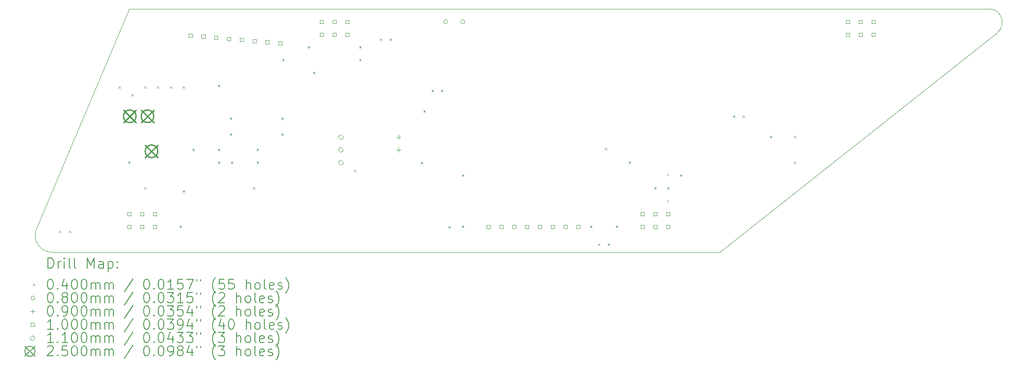
<source format=gbr>
%TF.GenerationSoftware,KiCad,Pcbnew,6.0.10-86aedd382b~118~ubuntu22.04.1*%
%TF.CreationDate,2023-01-31T14:31:18-06:00*%
%TF.ProjectId,badge,62616467-652e-46b6-9963-61645f706362,rev?*%
%TF.SameCoordinates,Original*%
%TF.FileFunction,Drillmap*%
%TF.FilePolarity,Positive*%
%FSLAX45Y45*%
G04 Gerber Fmt 4.5, Leading zero omitted, Abs format (unit mm)*
G04 Created by KiCad (PCBNEW 6.0.10-86aedd382b~118~ubuntu22.04.1) date 2023-01-31 14:31:18*
%MOMM*%
%LPD*%
G01*
G04 APERTURE LIST*
%ADD10C,0.050000*%
%ADD11C,0.200000*%
%ADD12C,0.040000*%
%ADD13C,0.080000*%
%ADD14C,0.090000*%
%ADD15C,0.100000*%
%ADD16C,0.110000*%
%ADD17C,0.250000*%
G04 APERTURE END LIST*
D10*
X5080000Y-10668000D02*
X18288000Y-10668000D01*
X4778813Y-10179908D02*
G75*
G03*
X5080000Y-10668000I301377J-151002D01*
G01*
X23622000Y-5842000D02*
X6604000Y-5842000D01*
X23622000Y-5842000D02*
X23622000Y-5842000D01*
X18288000Y-10668000D02*
X23784261Y-6316291D01*
X6604000Y-5842000D02*
X4778811Y-10179908D01*
X23784261Y-6316291D02*
G75*
G03*
X23622000Y-5842000I-162081J209451D01*
G01*
D11*
D12*
X5219000Y-10240000D02*
X5259000Y-10280000D01*
X5259000Y-10240000D02*
X5219000Y-10280000D01*
X5414000Y-10240000D02*
X5454000Y-10280000D01*
X5454000Y-10240000D02*
X5414000Y-10280000D01*
X6392049Y-7377578D02*
X6432049Y-7417578D01*
X6432049Y-7377578D02*
X6392049Y-7417578D01*
X6584000Y-8870000D02*
X6624000Y-8910000D01*
X6624000Y-8870000D02*
X6584000Y-8910000D01*
X6646049Y-7527578D02*
X6686049Y-7567578D01*
X6686049Y-7527578D02*
X6646049Y-7567578D01*
X6900049Y-7377578D02*
X6940049Y-7417578D01*
X6940049Y-7377578D02*
X6900049Y-7417578D01*
X6900049Y-9378000D02*
X6940049Y-9418000D01*
X6940049Y-9378000D02*
X6900049Y-9418000D01*
X7154049Y-7377578D02*
X7194049Y-7417578D01*
X7194049Y-7377578D02*
X7154049Y-7417578D01*
X7408049Y-7377578D02*
X7448049Y-7417578D01*
X7448049Y-7377578D02*
X7408049Y-7417578D01*
X7600000Y-10140000D02*
X7640000Y-10180000D01*
X7640000Y-10140000D02*
X7600000Y-10180000D01*
X7662049Y-7377578D02*
X7702049Y-7417578D01*
X7702049Y-7377578D02*
X7662049Y-7417578D01*
X7662049Y-9440049D02*
X7702049Y-9480049D01*
X7702049Y-9440049D02*
X7662049Y-9480049D01*
X7854000Y-8616000D02*
X7894000Y-8656000D01*
X7894000Y-8616000D02*
X7854000Y-8656000D01*
X8362000Y-7346000D02*
X8402000Y-7386000D01*
X8402000Y-7346000D02*
X8362000Y-7386000D01*
X8362000Y-8616000D02*
X8402000Y-8656000D01*
X8402000Y-8616000D02*
X8362000Y-8656000D01*
X8362000Y-8870000D02*
X8402000Y-8910000D01*
X8402000Y-8870000D02*
X8362000Y-8910000D01*
X8599000Y-7998000D02*
X8639000Y-8038000D01*
X8639000Y-7998000D02*
X8599000Y-8038000D01*
X8599000Y-8310500D02*
X8639000Y-8350500D01*
X8639000Y-8310500D02*
X8599000Y-8350500D01*
X8616000Y-8870000D02*
X8656000Y-8910000D01*
X8656000Y-8870000D02*
X8616000Y-8910000D01*
X9051500Y-9378000D02*
X9091500Y-9418000D01*
X9091500Y-9378000D02*
X9051500Y-9418000D01*
X9124000Y-8616000D02*
X9164000Y-8656000D01*
X9164000Y-8616000D02*
X9124000Y-8656000D01*
X9124000Y-8870000D02*
X9164000Y-8910000D01*
X9164000Y-8870000D02*
X9124000Y-8910000D01*
X9615000Y-7998000D02*
X9655000Y-8038000D01*
X9655000Y-7998000D02*
X9615000Y-8038000D01*
X9615000Y-8310500D02*
X9655000Y-8350500D01*
X9655000Y-8310500D02*
X9615000Y-8350500D01*
X9632000Y-6838000D02*
X9672000Y-6878000D01*
X9672000Y-6838000D02*
X9632000Y-6878000D01*
X10140000Y-6584000D02*
X10180000Y-6624000D01*
X10180000Y-6584000D02*
X10140000Y-6624000D01*
X10242000Y-7088000D02*
X10282000Y-7128000D01*
X10282000Y-7088000D02*
X10242000Y-7128000D01*
X11062250Y-9029000D02*
X11102250Y-9069000D01*
X11102250Y-9029000D02*
X11062250Y-9069000D01*
X11156000Y-6584000D02*
X11196000Y-6624000D01*
X11196000Y-6584000D02*
X11156000Y-6624000D01*
X11156000Y-6838000D02*
X11196000Y-6878000D01*
X11196000Y-6838000D02*
X11156000Y-6878000D01*
X11569000Y-6430000D02*
X11609000Y-6470000D01*
X11609000Y-6430000D02*
X11569000Y-6470000D01*
X11759000Y-6430000D02*
X11799000Y-6470000D01*
X11799000Y-6430000D02*
X11759000Y-6470000D01*
X12375000Y-8874000D02*
X12415000Y-8914000D01*
X12415000Y-8874000D02*
X12375000Y-8914000D01*
X12426000Y-7854000D02*
X12466000Y-7894000D01*
X12466000Y-7854000D02*
X12426000Y-7894000D01*
X12586965Y-7444035D02*
X12626965Y-7484035D01*
X12626965Y-7444035D02*
X12586965Y-7484035D01*
X12775000Y-7446000D02*
X12815000Y-7486000D01*
X12815000Y-7446000D02*
X12775000Y-7486000D01*
X12924000Y-10150000D02*
X12964000Y-10190000D01*
X12964000Y-10150000D02*
X12924000Y-10190000D01*
X13188000Y-9124000D02*
X13228000Y-9164000D01*
X13228000Y-9124000D02*
X13188000Y-9164000D01*
X13188000Y-10140000D02*
X13228000Y-10180000D01*
X13228000Y-10140000D02*
X13188000Y-10180000D01*
X15728000Y-10140000D02*
X15768000Y-10180000D01*
X15768000Y-10140000D02*
X15728000Y-10180000D01*
X15887000Y-10494000D02*
X15927000Y-10534000D01*
X15927000Y-10494000D02*
X15887000Y-10534000D01*
X16019646Y-8596590D02*
X16059646Y-8636590D01*
X16059646Y-8596590D02*
X16019646Y-8636590D01*
X16077000Y-10494000D02*
X16117000Y-10534000D01*
X16117000Y-10494000D02*
X16077000Y-10534000D01*
X16236000Y-10140000D02*
X16276000Y-10180000D01*
X16276000Y-10140000D02*
X16236000Y-10180000D01*
X16490000Y-8870000D02*
X16530000Y-8910000D01*
X16530000Y-8870000D02*
X16490000Y-8910000D01*
X16998000Y-9378000D02*
X17038000Y-9418000D01*
X17038000Y-9378000D02*
X16998000Y-9418000D01*
X17252000Y-9110024D02*
X17292000Y-9150024D01*
X17292000Y-9110024D02*
X17252000Y-9150024D01*
X17252000Y-9378000D02*
X17292000Y-9418000D01*
X17292000Y-9378000D02*
X17252000Y-9418000D01*
X17252000Y-9626050D02*
X17292000Y-9666050D01*
X17292000Y-9626050D02*
X17252000Y-9666050D01*
X17506000Y-9124000D02*
X17546000Y-9164000D01*
X17546000Y-9124000D02*
X17506000Y-9164000D01*
X18557431Y-7954236D02*
X18597431Y-7994236D01*
X18597431Y-7954236D02*
X18557431Y-7994236D01*
X18747431Y-7954236D02*
X18787431Y-7994236D01*
X18787431Y-7954236D02*
X18747431Y-7994236D01*
X19284000Y-8362000D02*
X19324000Y-8402000D01*
X19324000Y-8362000D02*
X19284000Y-8402000D01*
X19764000Y-8362000D02*
X19804000Y-8402000D01*
X19804000Y-8362000D02*
X19764000Y-8402000D01*
X19764000Y-8870000D02*
X19804000Y-8910000D01*
X19804000Y-8870000D02*
X19764000Y-8910000D01*
D13*
X12908000Y-6095321D02*
G75*
G03*
X12908000Y-6095321I-40000J0D01*
G01*
X13248000Y-6095321D02*
G75*
G03*
X13248000Y-6095321I-40000J0D01*
G01*
D14*
X11938000Y-8337000D02*
X11938000Y-8427000D01*
X11893000Y-8382000D02*
X11983000Y-8382000D01*
X11938000Y-8591000D02*
X11938000Y-8681000D01*
X11893000Y-8636000D02*
X11983000Y-8636000D01*
D15*
X6639356Y-9941356D02*
X6639356Y-9870644D01*
X6568644Y-9870644D01*
X6568644Y-9941356D01*
X6639356Y-9941356D01*
X6639356Y-10195356D02*
X6639356Y-10124644D01*
X6568644Y-10124644D01*
X6568644Y-10195356D01*
X6639356Y-10195356D01*
X6893356Y-9941356D02*
X6893356Y-9870644D01*
X6822644Y-9870644D01*
X6822644Y-9941356D01*
X6893356Y-9941356D01*
X6893356Y-10195356D02*
X6893356Y-10124644D01*
X6822644Y-10124644D01*
X6822644Y-10195356D01*
X6893356Y-10195356D01*
X7147356Y-9941356D02*
X7147356Y-9870644D01*
X7076644Y-9870644D01*
X7076644Y-9941356D01*
X7147356Y-9941356D01*
X7147356Y-10195356D02*
X7147356Y-10124644D01*
X7076644Y-10124644D01*
X7076644Y-10195356D01*
X7147356Y-10195356D01*
X7855356Y-6403050D02*
X7855356Y-6332339D01*
X7784644Y-6332339D01*
X7784644Y-6403050D01*
X7855356Y-6403050D01*
X8108389Y-6425188D02*
X8108389Y-6354476D01*
X8037678Y-6354476D01*
X8037678Y-6425188D01*
X8108389Y-6425188D01*
X8361423Y-6447325D02*
X8361423Y-6376614D01*
X8290711Y-6376614D01*
X8290711Y-6447325D01*
X8361423Y-6447325D01*
X8614456Y-6469463D02*
X8614456Y-6398751D01*
X8543745Y-6398751D01*
X8543745Y-6469463D01*
X8614456Y-6469463D01*
X8867490Y-6491600D02*
X8867490Y-6420889D01*
X8796778Y-6420889D01*
X8796778Y-6491600D01*
X8867490Y-6491600D01*
X9120523Y-6513738D02*
X9120523Y-6443027D01*
X9049812Y-6443027D01*
X9049812Y-6513738D01*
X9120523Y-6513738D01*
X9373556Y-6535876D02*
X9373556Y-6465164D01*
X9302845Y-6465164D01*
X9302845Y-6535876D01*
X9373556Y-6535876D01*
X9626590Y-6558013D02*
X9626590Y-6487302D01*
X9555879Y-6487302D01*
X9555879Y-6558013D01*
X9626590Y-6558013D01*
X10449356Y-6131356D02*
X10449356Y-6060644D01*
X10378644Y-6060644D01*
X10378644Y-6131356D01*
X10449356Y-6131356D01*
X10449356Y-6385356D02*
X10449356Y-6314644D01*
X10378644Y-6314644D01*
X10378644Y-6385356D01*
X10449356Y-6385356D01*
X10703356Y-6131356D02*
X10703356Y-6060644D01*
X10632644Y-6060644D01*
X10632644Y-6131356D01*
X10703356Y-6131356D01*
X10703356Y-6385356D02*
X10703356Y-6314644D01*
X10632644Y-6314644D01*
X10632644Y-6385356D01*
X10703356Y-6385356D01*
X10957356Y-6131356D02*
X10957356Y-6060644D01*
X10886644Y-6060644D01*
X10886644Y-6131356D01*
X10957356Y-6131356D01*
X10957356Y-6385356D02*
X10957356Y-6314644D01*
X10886644Y-6314644D01*
X10886644Y-6385356D01*
X10957356Y-6385356D01*
X13751356Y-10195356D02*
X13751356Y-10124644D01*
X13680644Y-10124644D01*
X13680644Y-10195356D01*
X13751356Y-10195356D01*
X14005356Y-10195356D02*
X14005356Y-10124644D01*
X13934644Y-10124644D01*
X13934644Y-10195356D01*
X14005356Y-10195356D01*
X14259356Y-10195356D02*
X14259356Y-10124644D01*
X14188644Y-10124644D01*
X14188644Y-10195356D01*
X14259356Y-10195356D01*
X14513356Y-10195356D02*
X14513356Y-10124644D01*
X14442644Y-10124644D01*
X14442644Y-10195356D01*
X14513356Y-10195356D01*
X14767356Y-10195356D02*
X14767356Y-10124644D01*
X14696644Y-10124644D01*
X14696644Y-10195356D01*
X14767356Y-10195356D01*
X15021356Y-10195356D02*
X15021356Y-10124644D01*
X14950644Y-10124644D01*
X14950644Y-10195356D01*
X15021356Y-10195356D01*
X15275356Y-10195356D02*
X15275356Y-10124644D01*
X15204644Y-10124644D01*
X15204644Y-10195356D01*
X15275356Y-10195356D01*
X15529356Y-10195356D02*
X15529356Y-10124644D01*
X15458644Y-10124644D01*
X15458644Y-10195356D01*
X15529356Y-10195356D01*
X16799356Y-9941356D02*
X16799356Y-9870644D01*
X16728644Y-9870644D01*
X16728644Y-9941356D01*
X16799356Y-9941356D01*
X16799356Y-10195356D02*
X16799356Y-10124644D01*
X16728644Y-10124644D01*
X16728644Y-10195356D01*
X16799356Y-10195356D01*
X17053356Y-9941356D02*
X17053356Y-9870644D01*
X16982644Y-9870644D01*
X16982644Y-9941356D01*
X17053356Y-9941356D01*
X17053356Y-10195356D02*
X17053356Y-10124644D01*
X16982644Y-10124644D01*
X16982644Y-10195356D01*
X17053356Y-10195356D01*
X17307356Y-9941356D02*
X17307356Y-9870644D01*
X17236644Y-9870644D01*
X17236644Y-9941356D01*
X17307356Y-9941356D01*
X17307356Y-10195356D02*
X17307356Y-10124644D01*
X17236644Y-10124644D01*
X17236644Y-10195356D01*
X17307356Y-10195356D01*
X20863356Y-6131356D02*
X20863356Y-6060644D01*
X20792644Y-6060644D01*
X20792644Y-6131356D01*
X20863356Y-6131356D01*
X20863356Y-6385356D02*
X20863356Y-6314644D01*
X20792644Y-6314644D01*
X20792644Y-6385356D01*
X20863356Y-6385356D01*
X21117356Y-6131356D02*
X21117356Y-6060644D01*
X21046644Y-6060644D01*
X21046644Y-6131356D01*
X21117356Y-6131356D01*
X21117356Y-6385356D02*
X21117356Y-6314644D01*
X21046644Y-6314644D01*
X21046644Y-6385356D01*
X21117356Y-6385356D01*
X21371356Y-6131356D02*
X21371356Y-6060644D01*
X21300644Y-6060644D01*
X21300644Y-6131356D01*
X21371356Y-6131356D01*
X21371356Y-6385356D02*
X21371356Y-6314644D01*
X21300644Y-6314644D01*
X21300644Y-6385356D01*
X21371356Y-6385356D01*
D16*
X10788500Y-8437000D02*
X10843500Y-8382000D01*
X10788500Y-8327000D01*
X10733500Y-8382000D01*
X10788500Y-8437000D01*
X10788500Y-8691000D02*
X10843500Y-8636000D01*
X10788500Y-8581000D01*
X10733500Y-8636000D01*
X10788500Y-8691000D01*
X10788500Y-8945000D02*
X10843500Y-8890000D01*
X10788500Y-8835000D01*
X10733500Y-8890000D01*
X10788500Y-8945000D01*
D17*
X6491927Y-7846488D02*
X6741927Y-8096488D01*
X6741927Y-7846488D02*
X6491927Y-8096488D01*
X6741927Y-7971488D02*
G75*
G03*
X6741927Y-7971488I-125000J0D01*
G01*
X6842927Y-7846488D02*
X7092927Y-8096488D01*
X7092927Y-7846488D02*
X6842927Y-8096488D01*
X7092927Y-7971488D02*
G75*
G03*
X7092927Y-7971488I-125000J0D01*
G01*
X6922001Y-8540963D02*
X7172001Y-8790963D01*
X7172001Y-8540963D02*
X6922001Y-8790963D01*
X7172001Y-8665963D02*
G75*
G03*
X7172001Y-8665963I-125000J0D01*
G01*
D11*
X4998219Y-10980976D02*
X4998219Y-10780976D01*
X5045838Y-10780976D01*
X5074409Y-10790500D01*
X5093457Y-10809548D01*
X5102981Y-10828595D01*
X5112505Y-10866690D01*
X5112505Y-10895262D01*
X5102981Y-10933357D01*
X5093457Y-10952405D01*
X5074409Y-10971452D01*
X5045838Y-10980976D01*
X4998219Y-10980976D01*
X5198219Y-10980976D02*
X5198219Y-10847643D01*
X5198219Y-10885738D02*
X5207743Y-10866690D01*
X5217267Y-10857167D01*
X5236314Y-10847643D01*
X5255362Y-10847643D01*
X5322028Y-10980976D02*
X5322028Y-10847643D01*
X5322028Y-10780976D02*
X5312505Y-10790500D01*
X5322028Y-10800024D01*
X5331552Y-10790500D01*
X5322028Y-10780976D01*
X5322028Y-10800024D01*
X5445838Y-10980976D02*
X5426790Y-10971452D01*
X5417267Y-10952405D01*
X5417267Y-10780976D01*
X5550600Y-10980976D02*
X5531552Y-10971452D01*
X5522028Y-10952405D01*
X5522028Y-10780976D01*
X5779171Y-10980976D02*
X5779171Y-10780976D01*
X5845838Y-10923833D01*
X5912505Y-10780976D01*
X5912505Y-10980976D01*
X6093457Y-10980976D02*
X6093457Y-10876214D01*
X6083933Y-10857167D01*
X6064886Y-10847643D01*
X6026790Y-10847643D01*
X6007743Y-10857167D01*
X6093457Y-10971452D02*
X6074409Y-10980976D01*
X6026790Y-10980976D01*
X6007743Y-10971452D01*
X5998219Y-10952405D01*
X5998219Y-10933357D01*
X6007743Y-10914310D01*
X6026790Y-10904786D01*
X6074409Y-10904786D01*
X6093457Y-10895262D01*
X6188695Y-10847643D02*
X6188695Y-11047643D01*
X6188695Y-10857167D02*
X6207743Y-10847643D01*
X6245838Y-10847643D01*
X6264886Y-10857167D01*
X6274409Y-10866690D01*
X6283933Y-10885738D01*
X6283933Y-10942881D01*
X6274409Y-10961929D01*
X6264886Y-10971452D01*
X6245838Y-10980976D01*
X6207743Y-10980976D01*
X6188695Y-10971452D01*
X6369647Y-10961929D02*
X6379171Y-10971452D01*
X6369647Y-10980976D01*
X6360124Y-10971452D01*
X6369647Y-10961929D01*
X6369647Y-10980976D01*
X6369647Y-10857167D02*
X6379171Y-10866690D01*
X6369647Y-10876214D01*
X6360124Y-10866690D01*
X6369647Y-10857167D01*
X6369647Y-10876214D01*
D12*
X4700600Y-11290500D02*
X4740600Y-11330500D01*
X4740600Y-11290500D02*
X4700600Y-11330500D01*
D11*
X5036314Y-11200976D02*
X5055362Y-11200976D01*
X5074409Y-11210500D01*
X5083933Y-11220024D01*
X5093457Y-11239071D01*
X5102981Y-11277167D01*
X5102981Y-11324786D01*
X5093457Y-11362881D01*
X5083933Y-11381928D01*
X5074409Y-11391452D01*
X5055362Y-11400976D01*
X5036314Y-11400976D01*
X5017267Y-11391452D01*
X5007743Y-11381928D01*
X4998219Y-11362881D01*
X4988695Y-11324786D01*
X4988695Y-11277167D01*
X4998219Y-11239071D01*
X5007743Y-11220024D01*
X5017267Y-11210500D01*
X5036314Y-11200976D01*
X5188695Y-11381928D02*
X5198219Y-11391452D01*
X5188695Y-11400976D01*
X5179171Y-11391452D01*
X5188695Y-11381928D01*
X5188695Y-11400976D01*
X5369648Y-11267643D02*
X5369648Y-11400976D01*
X5322028Y-11191452D02*
X5274409Y-11334309D01*
X5398219Y-11334309D01*
X5512505Y-11200976D02*
X5531552Y-11200976D01*
X5550600Y-11210500D01*
X5560124Y-11220024D01*
X5569648Y-11239071D01*
X5579171Y-11277167D01*
X5579171Y-11324786D01*
X5569648Y-11362881D01*
X5560124Y-11381928D01*
X5550600Y-11391452D01*
X5531552Y-11400976D01*
X5512505Y-11400976D01*
X5493457Y-11391452D01*
X5483933Y-11381928D01*
X5474409Y-11362881D01*
X5464886Y-11324786D01*
X5464886Y-11277167D01*
X5474409Y-11239071D01*
X5483933Y-11220024D01*
X5493457Y-11210500D01*
X5512505Y-11200976D01*
X5702981Y-11200976D02*
X5722028Y-11200976D01*
X5741076Y-11210500D01*
X5750600Y-11220024D01*
X5760124Y-11239071D01*
X5769647Y-11277167D01*
X5769647Y-11324786D01*
X5760124Y-11362881D01*
X5750600Y-11381928D01*
X5741076Y-11391452D01*
X5722028Y-11400976D01*
X5702981Y-11400976D01*
X5683933Y-11391452D01*
X5674409Y-11381928D01*
X5664886Y-11362881D01*
X5655362Y-11324786D01*
X5655362Y-11277167D01*
X5664886Y-11239071D01*
X5674409Y-11220024D01*
X5683933Y-11210500D01*
X5702981Y-11200976D01*
X5855362Y-11400976D02*
X5855362Y-11267643D01*
X5855362Y-11286690D02*
X5864886Y-11277167D01*
X5883933Y-11267643D01*
X5912505Y-11267643D01*
X5931552Y-11277167D01*
X5941076Y-11296214D01*
X5941076Y-11400976D01*
X5941076Y-11296214D02*
X5950600Y-11277167D01*
X5969647Y-11267643D01*
X5998219Y-11267643D01*
X6017266Y-11277167D01*
X6026790Y-11296214D01*
X6026790Y-11400976D01*
X6122028Y-11400976D02*
X6122028Y-11267643D01*
X6122028Y-11286690D02*
X6131552Y-11277167D01*
X6150600Y-11267643D01*
X6179171Y-11267643D01*
X6198219Y-11277167D01*
X6207743Y-11296214D01*
X6207743Y-11400976D01*
X6207743Y-11296214D02*
X6217266Y-11277167D01*
X6236314Y-11267643D01*
X6264886Y-11267643D01*
X6283933Y-11277167D01*
X6293457Y-11296214D01*
X6293457Y-11400976D01*
X6683933Y-11191452D02*
X6512505Y-11448595D01*
X6941076Y-11200976D02*
X6960124Y-11200976D01*
X6979171Y-11210500D01*
X6988695Y-11220024D01*
X6998219Y-11239071D01*
X7007743Y-11277167D01*
X7007743Y-11324786D01*
X6998219Y-11362881D01*
X6988695Y-11381928D01*
X6979171Y-11391452D01*
X6960124Y-11400976D01*
X6941076Y-11400976D01*
X6922028Y-11391452D01*
X6912505Y-11381928D01*
X6902981Y-11362881D01*
X6893457Y-11324786D01*
X6893457Y-11277167D01*
X6902981Y-11239071D01*
X6912505Y-11220024D01*
X6922028Y-11210500D01*
X6941076Y-11200976D01*
X7093457Y-11381928D02*
X7102981Y-11391452D01*
X7093457Y-11400976D01*
X7083933Y-11391452D01*
X7093457Y-11381928D01*
X7093457Y-11400976D01*
X7226790Y-11200976D02*
X7245838Y-11200976D01*
X7264886Y-11210500D01*
X7274409Y-11220024D01*
X7283933Y-11239071D01*
X7293457Y-11277167D01*
X7293457Y-11324786D01*
X7283933Y-11362881D01*
X7274409Y-11381928D01*
X7264886Y-11391452D01*
X7245838Y-11400976D01*
X7226790Y-11400976D01*
X7207743Y-11391452D01*
X7198219Y-11381928D01*
X7188695Y-11362881D01*
X7179171Y-11324786D01*
X7179171Y-11277167D01*
X7188695Y-11239071D01*
X7198219Y-11220024D01*
X7207743Y-11210500D01*
X7226790Y-11200976D01*
X7483933Y-11400976D02*
X7369647Y-11400976D01*
X7426790Y-11400976D02*
X7426790Y-11200976D01*
X7407743Y-11229548D01*
X7388695Y-11248595D01*
X7369647Y-11258119D01*
X7664886Y-11200976D02*
X7569647Y-11200976D01*
X7560124Y-11296214D01*
X7569647Y-11286690D01*
X7588695Y-11277167D01*
X7636314Y-11277167D01*
X7655362Y-11286690D01*
X7664886Y-11296214D01*
X7674409Y-11315262D01*
X7674409Y-11362881D01*
X7664886Y-11381928D01*
X7655362Y-11391452D01*
X7636314Y-11400976D01*
X7588695Y-11400976D01*
X7569647Y-11391452D01*
X7560124Y-11381928D01*
X7741076Y-11200976D02*
X7874409Y-11200976D01*
X7788695Y-11400976D01*
X7941076Y-11200976D02*
X7941076Y-11239071D01*
X8017266Y-11200976D02*
X8017266Y-11239071D01*
X8312505Y-11477167D02*
X8302981Y-11467643D01*
X8283933Y-11439071D01*
X8274409Y-11420024D01*
X8264886Y-11391452D01*
X8255362Y-11343833D01*
X8255362Y-11305738D01*
X8264886Y-11258119D01*
X8274409Y-11229548D01*
X8283933Y-11210500D01*
X8302981Y-11181929D01*
X8312505Y-11172405D01*
X8483933Y-11200976D02*
X8388695Y-11200976D01*
X8379171Y-11296214D01*
X8388695Y-11286690D01*
X8407743Y-11277167D01*
X8455362Y-11277167D01*
X8474409Y-11286690D01*
X8483933Y-11296214D01*
X8493457Y-11315262D01*
X8493457Y-11362881D01*
X8483933Y-11381928D01*
X8474409Y-11391452D01*
X8455362Y-11400976D01*
X8407743Y-11400976D01*
X8388695Y-11391452D01*
X8379171Y-11381928D01*
X8674409Y-11200976D02*
X8579171Y-11200976D01*
X8569648Y-11296214D01*
X8579171Y-11286690D01*
X8598219Y-11277167D01*
X8645838Y-11277167D01*
X8664886Y-11286690D01*
X8674409Y-11296214D01*
X8683933Y-11315262D01*
X8683933Y-11362881D01*
X8674409Y-11381928D01*
X8664886Y-11391452D01*
X8645838Y-11400976D01*
X8598219Y-11400976D01*
X8579171Y-11391452D01*
X8569648Y-11381928D01*
X8922028Y-11400976D02*
X8922028Y-11200976D01*
X9007743Y-11400976D02*
X9007743Y-11296214D01*
X8998219Y-11277167D01*
X8979171Y-11267643D01*
X8950600Y-11267643D01*
X8931552Y-11277167D01*
X8922028Y-11286690D01*
X9131552Y-11400976D02*
X9112505Y-11391452D01*
X9102981Y-11381928D01*
X9093457Y-11362881D01*
X9093457Y-11305738D01*
X9102981Y-11286690D01*
X9112505Y-11277167D01*
X9131552Y-11267643D01*
X9160124Y-11267643D01*
X9179171Y-11277167D01*
X9188695Y-11286690D01*
X9198219Y-11305738D01*
X9198219Y-11362881D01*
X9188695Y-11381928D01*
X9179171Y-11391452D01*
X9160124Y-11400976D01*
X9131552Y-11400976D01*
X9312505Y-11400976D02*
X9293457Y-11391452D01*
X9283933Y-11372405D01*
X9283933Y-11200976D01*
X9464886Y-11391452D02*
X9445838Y-11400976D01*
X9407743Y-11400976D01*
X9388695Y-11391452D01*
X9379171Y-11372405D01*
X9379171Y-11296214D01*
X9388695Y-11277167D01*
X9407743Y-11267643D01*
X9445838Y-11267643D01*
X9464886Y-11277167D01*
X9474409Y-11296214D01*
X9474409Y-11315262D01*
X9379171Y-11334309D01*
X9550600Y-11391452D02*
X9569648Y-11400976D01*
X9607743Y-11400976D01*
X9626790Y-11391452D01*
X9636314Y-11372405D01*
X9636314Y-11362881D01*
X9626790Y-11343833D01*
X9607743Y-11334309D01*
X9579171Y-11334309D01*
X9560124Y-11324786D01*
X9550600Y-11305738D01*
X9550600Y-11296214D01*
X9560124Y-11277167D01*
X9579171Y-11267643D01*
X9607743Y-11267643D01*
X9626790Y-11277167D01*
X9702981Y-11477167D02*
X9712505Y-11467643D01*
X9731552Y-11439071D01*
X9741076Y-11420024D01*
X9750600Y-11391452D01*
X9760124Y-11343833D01*
X9760124Y-11305738D01*
X9750600Y-11258119D01*
X9741076Y-11229548D01*
X9731552Y-11210500D01*
X9712505Y-11181929D01*
X9702981Y-11172405D01*
D13*
X4740600Y-11574500D02*
G75*
G03*
X4740600Y-11574500I-40000J0D01*
G01*
D11*
X5036314Y-11464976D02*
X5055362Y-11464976D01*
X5074409Y-11474500D01*
X5083933Y-11484024D01*
X5093457Y-11503071D01*
X5102981Y-11541167D01*
X5102981Y-11588786D01*
X5093457Y-11626881D01*
X5083933Y-11645928D01*
X5074409Y-11655452D01*
X5055362Y-11664976D01*
X5036314Y-11664976D01*
X5017267Y-11655452D01*
X5007743Y-11645928D01*
X4998219Y-11626881D01*
X4988695Y-11588786D01*
X4988695Y-11541167D01*
X4998219Y-11503071D01*
X5007743Y-11484024D01*
X5017267Y-11474500D01*
X5036314Y-11464976D01*
X5188695Y-11645928D02*
X5198219Y-11655452D01*
X5188695Y-11664976D01*
X5179171Y-11655452D01*
X5188695Y-11645928D01*
X5188695Y-11664976D01*
X5312505Y-11550690D02*
X5293457Y-11541167D01*
X5283933Y-11531643D01*
X5274409Y-11512595D01*
X5274409Y-11503071D01*
X5283933Y-11484024D01*
X5293457Y-11474500D01*
X5312505Y-11464976D01*
X5350600Y-11464976D01*
X5369648Y-11474500D01*
X5379171Y-11484024D01*
X5388695Y-11503071D01*
X5388695Y-11512595D01*
X5379171Y-11531643D01*
X5369648Y-11541167D01*
X5350600Y-11550690D01*
X5312505Y-11550690D01*
X5293457Y-11560214D01*
X5283933Y-11569738D01*
X5274409Y-11588786D01*
X5274409Y-11626881D01*
X5283933Y-11645928D01*
X5293457Y-11655452D01*
X5312505Y-11664976D01*
X5350600Y-11664976D01*
X5369648Y-11655452D01*
X5379171Y-11645928D01*
X5388695Y-11626881D01*
X5388695Y-11588786D01*
X5379171Y-11569738D01*
X5369648Y-11560214D01*
X5350600Y-11550690D01*
X5512505Y-11464976D02*
X5531552Y-11464976D01*
X5550600Y-11474500D01*
X5560124Y-11484024D01*
X5569648Y-11503071D01*
X5579171Y-11541167D01*
X5579171Y-11588786D01*
X5569648Y-11626881D01*
X5560124Y-11645928D01*
X5550600Y-11655452D01*
X5531552Y-11664976D01*
X5512505Y-11664976D01*
X5493457Y-11655452D01*
X5483933Y-11645928D01*
X5474409Y-11626881D01*
X5464886Y-11588786D01*
X5464886Y-11541167D01*
X5474409Y-11503071D01*
X5483933Y-11484024D01*
X5493457Y-11474500D01*
X5512505Y-11464976D01*
X5702981Y-11464976D02*
X5722028Y-11464976D01*
X5741076Y-11474500D01*
X5750600Y-11484024D01*
X5760124Y-11503071D01*
X5769647Y-11541167D01*
X5769647Y-11588786D01*
X5760124Y-11626881D01*
X5750600Y-11645928D01*
X5741076Y-11655452D01*
X5722028Y-11664976D01*
X5702981Y-11664976D01*
X5683933Y-11655452D01*
X5674409Y-11645928D01*
X5664886Y-11626881D01*
X5655362Y-11588786D01*
X5655362Y-11541167D01*
X5664886Y-11503071D01*
X5674409Y-11484024D01*
X5683933Y-11474500D01*
X5702981Y-11464976D01*
X5855362Y-11664976D02*
X5855362Y-11531643D01*
X5855362Y-11550690D02*
X5864886Y-11541167D01*
X5883933Y-11531643D01*
X5912505Y-11531643D01*
X5931552Y-11541167D01*
X5941076Y-11560214D01*
X5941076Y-11664976D01*
X5941076Y-11560214D02*
X5950600Y-11541167D01*
X5969647Y-11531643D01*
X5998219Y-11531643D01*
X6017266Y-11541167D01*
X6026790Y-11560214D01*
X6026790Y-11664976D01*
X6122028Y-11664976D02*
X6122028Y-11531643D01*
X6122028Y-11550690D02*
X6131552Y-11541167D01*
X6150600Y-11531643D01*
X6179171Y-11531643D01*
X6198219Y-11541167D01*
X6207743Y-11560214D01*
X6207743Y-11664976D01*
X6207743Y-11560214D02*
X6217266Y-11541167D01*
X6236314Y-11531643D01*
X6264886Y-11531643D01*
X6283933Y-11541167D01*
X6293457Y-11560214D01*
X6293457Y-11664976D01*
X6683933Y-11455452D02*
X6512505Y-11712595D01*
X6941076Y-11464976D02*
X6960124Y-11464976D01*
X6979171Y-11474500D01*
X6988695Y-11484024D01*
X6998219Y-11503071D01*
X7007743Y-11541167D01*
X7007743Y-11588786D01*
X6998219Y-11626881D01*
X6988695Y-11645928D01*
X6979171Y-11655452D01*
X6960124Y-11664976D01*
X6941076Y-11664976D01*
X6922028Y-11655452D01*
X6912505Y-11645928D01*
X6902981Y-11626881D01*
X6893457Y-11588786D01*
X6893457Y-11541167D01*
X6902981Y-11503071D01*
X6912505Y-11484024D01*
X6922028Y-11474500D01*
X6941076Y-11464976D01*
X7093457Y-11645928D02*
X7102981Y-11655452D01*
X7093457Y-11664976D01*
X7083933Y-11655452D01*
X7093457Y-11645928D01*
X7093457Y-11664976D01*
X7226790Y-11464976D02*
X7245838Y-11464976D01*
X7264886Y-11474500D01*
X7274409Y-11484024D01*
X7283933Y-11503071D01*
X7293457Y-11541167D01*
X7293457Y-11588786D01*
X7283933Y-11626881D01*
X7274409Y-11645928D01*
X7264886Y-11655452D01*
X7245838Y-11664976D01*
X7226790Y-11664976D01*
X7207743Y-11655452D01*
X7198219Y-11645928D01*
X7188695Y-11626881D01*
X7179171Y-11588786D01*
X7179171Y-11541167D01*
X7188695Y-11503071D01*
X7198219Y-11484024D01*
X7207743Y-11474500D01*
X7226790Y-11464976D01*
X7360124Y-11464976D02*
X7483933Y-11464976D01*
X7417266Y-11541167D01*
X7445838Y-11541167D01*
X7464886Y-11550690D01*
X7474409Y-11560214D01*
X7483933Y-11579262D01*
X7483933Y-11626881D01*
X7474409Y-11645928D01*
X7464886Y-11655452D01*
X7445838Y-11664976D01*
X7388695Y-11664976D01*
X7369647Y-11655452D01*
X7360124Y-11645928D01*
X7674409Y-11664976D02*
X7560124Y-11664976D01*
X7617266Y-11664976D02*
X7617266Y-11464976D01*
X7598219Y-11493548D01*
X7579171Y-11512595D01*
X7560124Y-11522119D01*
X7855362Y-11464976D02*
X7760124Y-11464976D01*
X7750600Y-11560214D01*
X7760124Y-11550690D01*
X7779171Y-11541167D01*
X7826790Y-11541167D01*
X7845838Y-11550690D01*
X7855362Y-11560214D01*
X7864886Y-11579262D01*
X7864886Y-11626881D01*
X7855362Y-11645928D01*
X7845838Y-11655452D01*
X7826790Y-11664976D01*
X7779171Y-11664976D01*
X7760124Y-11655452D01*
X7750600Y-11645928D01*
X7941076Y-11464976D02*
X7941076Y-11503071D01*
X8017266Y-11464976D02*
X8017266Y-11503071D01*
X8312505Y-11741167D02*
X8302981Y-11731643D01*
X8283933Y-11703071D01*
X8274409Y-11684024D01*
X8264886Y-11655452D01*
X8255362Y-11607833D01*
X8255362Y-11569738D01*
X8264886Y-11522119D01*
X8274409Y-11493548D01*
X8283933Y-11474500D01*
X8302981Y-11445928D01*
X8312505Y-11436405D01*
X8379171Y-11484024D02*
X8388695Y-11474500D01*
X8407743Y-11464976D01*
X8455362Y-11464976D01*
X8474409Y-11474500D01*
X8483933Y-11484024D01*
X8493457Y-11503071D01*
X8493457Y-11522119D01*
X8483933Y-11550690D01*
X8369647Y-11664976D01*
X8493457Y-11664976D01*
X8731552Y-11664976D02*
X8731552Y-11464976D01*
X8817267Y-11664976D02*
X8817267Y-11560214D01*
X8807743Y-11541167D01*
X8788695Y-11531643D01*
X8760124Y-11531643D01*
X8741076Y-11541167D01*
X8731552Y-11550690D01*
X8941076Y-11664976D02*
X8922028Y-11655452D01*
X8912505Y-11645928D01*
X8902981Y-11626881D01*
X8902981Y-11569738D01*
X8912505Y-11550690D01*
X8922028Y-11541167D01*
X8941076Y-11531643D01*
X8969648Y-11531643D01*
X8988695Y-11541167D01*
X8998219Y-11550690D01*
X9007743Y-11569738D01*
X9007743Y-11626881D01*
X8998219Y-11645928D01*
X8988695Y-11655452D01*
X8969648Y-11664976D01*
X8941076Y-11664976D01*
X9122028Y-11664976D02*
X9102981Y-11655452D01*
X9093457Y-11636405D01*
X9093457Y-11464976D01*
X9274409Y-11655452D02*
X9255362Y-11664976D01*
X9217267Y-11664976D01*
X9198219Y-11655452D01*
X9188695Y-11636405D01*
X9188695Y-11560214D01*
X9198219Y-11541167D01*
X9217267Y-11531643D01*
X9255362Y-11531643D01*
X9274409Y-11541167D01*
X9283933Y-11560214D01*
X9283933Y-11579262D01*
X9188695Y-11598309D01*
X9360124Y-11655452D02*
X9379171Y-11664976D01*
X9417267Y-11664976D01*
X9436314Y-11655452D01*
X9445838Y-11636405D01*
X9445838Y-11626881D01*
X9436314Y-11607833D01*
X9417267Y-11598309D01*
X9388695Y-11598309D01*
X9369648Y-11588786D01*
X9360124Y-11569738D01*
X9360124Y-11560214D01*
X9369648Y-11541167D01*
X9388695Y-11531643D01*
X9417267Y-11531643D01*
X9436314Y-11541167D01*
X9512505Y-11741167D02*
X9522028Y-11731643D01*
X9541076Y-11703071D01*
X9550600Y-11684024D01*
X9560124Y-11655452D01*
X9569648Y-11607833D01*
X9569648Y-11569738D01*
X9560124Y-11522119D01*
X9550600Y-11493548D01*
X9541076Y-11474500D01*
X9522028Y-11445928D01*
X9512505Y-11436405D01*
D14*
X4695600Y-11793500D02*
X4695600Y-11883500D01*
X4650600Y-11838500D02*
X4740600Y-11838500D01*
D11*
X5036314Y-11728976D02*
X5055362Y-11728976D01*
X5074409Y-11738500D01*
X5083933Y-11748024D01*
X5093457Y-11767071D01*
X5102981Y-11805167D01*
X5102981Y-11852786D01*
X5093457Y-11890881D01*
X5083933Y-11909928D01*
X5074409Y-11919452D01*
X5055362Y-11928976D01*
X5036314Y-11928976D01*
X5017267Y-11919452D01*
X5007743Y-11909928D01*
X4998219Y-11890881D01*
X4988695Y-11852786D01*
X4988695Y-11805167D01*
X4998219Y-11767071D01*
X5007743Y-11748024D01*
X5017267Y-11738500D01*
X5036314Y-11728976D01*
X5188695Y-11909928D02*
X5198219Y-11919452D01*
X5188695Y-11928976D01*
X5179171Y-11919452D01*
X5188695Y-11909928D01*
X5188695Y-11928976D01*
X5293457Y-11928976D02*
X5331552Y-11928976D01*
X5350600Y-11919452D01*
X5360124Y-11909928D01*
X5379171Y-11881357D01*
X5388695Y-11843262D01*
X5388695Y-11767071D01*
X5379171Y-11748024D01*
X5369648Y-11738500D01*
X5350600Y-11728976D01*
X5312505Y-11728976D01*
X5293457Y-11738500D01*
X5283933Y-11748024D01*
X5274409Y-11767071D01*
X5274409Y-11814690D01*
X5283933Y-11833738D01*
X5293457Y-11843262D01*
X5312505Y-11852786D01*
X5350600Y-11852786D01*
X5369648Y-11843262D01*
X5379171Y-11833738D01*
X5388695Y-11814690D01*
X5512505Y-11728976D02*
X5531552Y-11728976D01*
X5550600Y-11738500D01*
X5560124Y-11748024D01*
X5569648Y-11767071D01*
X5579171Y-11805167D01*
X5579171Y-11852786D01*
X5569648Y-11890881D01*
X5560124Y-11909928D01*
X5550600Y-11919452D01*
X5531552Y-11928976D01*
X5512505Y-11928976D01*
X5493457Y-11919452D01*
X5483933Y-11909928D01*
X5474409Y-11890881D01*
X5464886Y-11852786D01*
X5464886Y-11805167D01*
X5474409Y-11767071D01*
X5483933Y-11748024D01*
X5493457Y-11738500D01*
X5512505Y-11728976D01*
X5702981Y-11728976D02*
X5722028Y-11728976D01*
X5741076Y-11738500D01*
X5750600Y-11748024D01*
X5760124Y-11767071D01*
X5769647Y-11805167D01*
X5769647Y-11852786D01*
X5760124Y-11890881D01*
X5750600Y-11909928D01*
X5741076Y-11919452D01*
X5722028Y-11928976D01*
X5702981Y-11928976D01*
X5683933Y-11919452D01*
X5674409Y-11909928D01*
X5664886Y-11890881D01*
X5655362Y-11852786D01*
X5655362Y-11805167D01*
X5664886Y-11767071D01*
X5674409Y-11748024D01*
X5683933Y-11738500D01*
X5702981Y-11728976D01*
X5855362Y-11928976D02*
X5855362Y-11795643D01*
X5855362Y-11814690D02*
X5864886Y-11805167D01*
X5883933Y-11795643D01*
X5912505Y-11795643D01*
X5931552Y-11805167D01*
X5941076Y-11824214D01*
X5941076Y-11928976D01*
X5941076Y-11824214D02*
X5950600Y-11805167D01*
X5969647Y-11795643D01*
X5998219Y-11795643D01*
X6017266Y-11805167D01*
X6026790Y-11824214D01*
X6026790Y-11928976D01*
X6122028Y-11928976D02*
X6122028Y-11795643D01*
X6122028Y-11814690D02*
X6131552Y-11805167D01*
X6150600Y-11795643D01*
X6179171Y-11795643D01*
X6198219Y-11805167D01*
X6207743Y-11824214D01*
X6207743Y-11928976D01*
X6207743Y-11824214D02*
X6217266Y-11805167D01*
X6236314Y-11795643D01*
X6264886Y-11795643D01*
X6283933Y-11805167D01*
X6293457Y-11824214D01*
X6293457Y-11928976D01*
X6683933Y-11719452D02*
X6512505Y-11976595D01*
X6941076Y-11728976D02*
X6960124Y-11728976D01*
X6979171Y-11738500D01*
X6988695Y-11748024D01*
X6998219Y-11767071D01*
X7007743Y-11805167D01*
X7007743Y-11852786D01*
X6998219Y-11890881D01*
X6988695Y-11909928D01*
X6979171Y-11919452D01*
X6960124Y-11928976D01*
X6941076Y-11928976D01*
X6922028Y-11919452D01*
X6912505Y-11909928D01*
X6902981Y-11890881D01*
X6893457Y-11852786D01*
X6893457Y-11805167D01*
X6902981Y-11767071D01*
X6912505Y-11748024D01*
X6922028Y-11738500D01*
X6941076Y-11728976D01*
X7093457Y-11909928D02*
X7102981Y-11919452D01*
X7093457Y-11928976D01*
X7083933Y-11919452D01*
X7093457Y-11909928D01*
X7093457Y-11928976D01*
X7226790Y-11728976D02*
X7245838Y-11728976D01*
X7264886Y-11738500D01*
X7274409Y-11748024D01*
X7283933Y-11767071D01*
X7293457Y-11805167D01*
X7293457Y-11852786D01*
X7283933Y-11890881D01*
X7274409Y-11909928D01*
X7264886Y-11919452D01*
X7245838Y-11928976D01*
X7226790Y-11928976D01*
X7207743Y-11919452D01*
X7198219Y-11909928D01*
X7188695Y-11890881D01*
X7179171Y-11852786D01*
X7179171Y-11805167D01*
X7188695Y-11767071D01*
X7198219Y-11748024D01*
X7207743Y-11738500D01*
X7226790Y-11728976D01*
X7360124Y-11728976D02*
X7483933Y-11728976D01*
X7417266Y-11805167D01*
X7445838Y-11805167D01*
X7464886Y-11814690D01*
X7474409Y-11824214D01*
X7483933Y-11843262D01*
X7483933Y-11890881D01*
X7474409Y-11909928D01*
X7464886Y-11919452D01*
X7445838Y-11928976D01*
X7388695Y-11928976D01*
X7369647Y-11919452D01*
X7360124Y-11909928D01*
X7664886Y-11728976D02*
X7569647Y-11728976D01*
X7560124Y-11824214D01*
X7569647Y-11814690D01*
X7588695Y-11805167D01*
X7636314Y-11805167D01*
X7655362Y-11814690D01*
X7664886Y-11824214D01*
X7674409Y-11843262D01*
X7674409Y-11890881D01*
X7664886Y-11909928D01*
X7655362Y-11919452D01*
X7636314Y-11928976D01*
X7588695Y-11928976D01*
X7569647Y-11919452D01*
X7560124Y-11909928D01*
X7845838Y-11795643D02*
X7845838Y-11928976D01*
X7798219Y-11719452D02*
X7750600Y-11862309D01*
X7874409Y-11862309D01*
X7941076Y-11728976D02*
X7941076Y-11767071D01*
X8017266Y-11728976D02*
X8017266Y-11767071D01*
X8312505Y-12005167D02*
X8302981Y-11995643D01*
X8283933Y-11967071D01*
X8274409Y-11948024D01*
X8264886Y-11919452D01*
X8255362Y-11871833D01*
X8255362Y-11833738D01*
X8264886Y-11786119D01*
X8274409Y-11757548D01*
X8283933Y-11738500D01*
X8302981Y-11709928D01*
X8312505Y-11700405D01*
X8379171Y-11748024D02*
X8388695Y-11738500D01*
X8407743Y-11728976D01*
X8455362Y-11728976D01*
X8474409Y-11738500D01*
X8483933Y-11748024D01*
X8493457Y-11767071D01*
X8493457Y-11786119D01*
X8483933Y-11814690D01*
X8369647Y-11928976D01*
X8493457Y-11928976D01*
X8731552Y-11928976D02*
X8731552Y-11728976D01*
X8817267Y-11928976D02*
X8817267Y-11824214D01*
X8807743Y-11805167D01*
X8788695Y-11795643D01*
X8760124Y-11795643D01*
X8741076Y-11805167D01*
X8731552Y-11814690D01*
X8941076Y-11928976D02*
X8922028Y-11919452D01*
X8912505Y-11909928D01*
X8902981Y-11890881D01*
X8902981Y-11833738D01*
X8912505Y-11814690D01*
X8922028Y-11805167D01*
X8941076Y-11795643D01*
X8969648Y-11795643D01*
X8988695Y-11805167D01*
X8998219Y-11814690D01*
X9007743Y-11833738D01*
X9007743Y-11890881D01*
X8998219Y-11909928D01*
X8988695Y-11919452D01*
X8969648Y-11928976D01*
X8941076Y-11928976D01*
X9122028Y-11928976D02*
X9102981Y-11919452D01*
X9093457Y-11900405D01*
X9093457Y-11728976D01*
X9274409Y-11919452D02*
X9255362Y-11928976D01*
X9217267Y-11928976D01*
X9198219Y-11919452D01*
X9188695Y-11900405D01*
X9188695Y-11824214D01*
X9198219Y-11805167D01*
X9217267Y-11795643D01*
X9255362Y-11795643D01*
X9274409Y-11805167D01*
X9283933Y-11824214D01*
X9283933Y-11843262D01*
X9188695Y-11862309D01*
X9360124Y-11919452D02*
X9379171Y-11928976D01*
X9417267Y-11928976D01*
X9436314Y-11919452D01*
X9445838Y-11900405D01*
X9445838Y-11890881D01*
X9436314Y-11871833D01*
X9417267Y-11862309D01*
X9388695Y-11862309D01*
X9369648Y-11852786D01*
X9360124Y-11833738D01*
X9360124Y-11824214D01*
X9369648Y-11805167D01*
X9388695Y-11795643D01*
X9417267Y-11795643D01*
X9436314Y-11805167D01*
X9512505Y-12005167D02*
X9522028Y-11995643D01*
X9541076Y-11967071D01*
X9550600Y-11948024D01*
X9560124Y-11919452D01*
X9569648Y-11871833D01*
X9569648Y-11833738D01*
X9560124Y-11786119D01*
X9550600Y-11757548D01*
X9541076Y-11738500D01*
X9522028Y-11709928D01*
X9512505Y-11700405D01*
D15*
X4725956Y-12137856D02*
X4725956Y-12067144D01*
X4655244Y-12067144D01*
X4655244Y-12137856D01*
X4725956Y-12137856D01*
D11*
X5102981Y-12192976D02*
X4988695Y-12192976D01*
X5045838Y-12192976D02*
X5045838Y-11992976D01*
X5026790Y-12021548D01*
X5007743Y-12040595D01*
X4988695Y-12050119D01*
X5188695Y-12173928D02*
X5198219Y-12183452D01*
X5188695Y-12192976D01*
X5179171Y-12183452D01*
X5188695Y-12173928D01*
X5188695Y-12192976D01*
X5322028Y-11992976D02*
X5341076Y-11992976D01*
X5360124Y-12002500D01*
X5369648Y-12012024D01*
X5379171Y-12031071D01*
X5388695Y-12069167D01*
X5388695Y-12116786D01*
X5379171Y-12154881D01*
X5369648Y-12173928D01*
X5360124Y-12183452D01*
X5341076Y-12192976D01*
X5322028Y-12192976D01*
X5302981Y-12183452D01*
X5293457Y-12173928D01*
X5283933Y-12154881D01*
X5274409Y-12116786D01*
X5274409Y-12069167D01*
X5283933Y-12031071D01*
X5293457Y-12012024D01*
X5302981Y-12002500D01*
X5322028Y-11992976D01*
X5512505Y-11992976D02*
X5531552Y-11992976D01*
X5550600Y-12002500D01*
X5560124Y-12012024D01*
X5569648Y-12031071D01*
X5579171Y-12069167D01*
X5579171Y-12116786D01*
X5569648Y-12154881D01*
X5560124Y-12173928D01*
X5550600Y-12183452D01*
X5531552Y-12192976D01*
X5512505Y-12192976D01*
X5493457Y-12183452D01*
X5483933Y-12173928D01*
X5474409Y-12154881D01*
X5464886Y-12116786D01*
X5464886Y-12069167D01*
X5474409Y-12031071D01*
X5483933Y-12012024D01*
X5493457Y-12002500D01*
X5512505Y-11992976D01*
X5702981Y-11992976D02*
X5722028Y-11992976D01*
X5741076Y-12002500D01*
X5750600Y-12012024D01*
X5760124Y-12031071D01*
X5769647Y-12069167D01*
X5769647Y-12116786D01*
X5760124Y-12154881D01*
X5750600Y-12173928D01*
X5741076Y-12183452D01*
X5722028Y-12192976D01*
X5702981Y-12192976D01*
X5683933Y-12183452D01*
X5674409Y-12173928D01*
X5664886Y-12154881D01*
X5655362Y-12116786D01*
X5655362Y-12069167D01*
X5664886Y-12031071D01*
X5674409Y-12012024D01*
X5683933Y-12002500D01*
X5702981Y-11992976D01*
X5855362Y-12192976D02*
X5855362Y-12059643D01*
X5855362Y-12078690D02*
X5864886Y-12069167D01*
X5883933Y-12059643D01*
X5912505Y-12059643D01*
X5931552Y-12069167D01*
X5941076Y-12088214D01*
X5941076Y-12192976D01*
X5941076Y-12088214D02*
X5950600Y-12069167D01*
X5969647Y-12059643D01*
X5998219Y-12059643D01*
X6017266Y-12069167D01*
X6026790Y-12088214D01*
X6026790Y-12192976D01*
X6122028Y-12192976D02*
X6122028Y-12059643D01*
X6122028Y-12078690D02*
X6131552Y-12069167D01*
X6150600Y-12059643D01*
X6179171Y-12059643D01*
X6198219Y-12069167D01*
X6207743Y-12088214D01*
X6207743Y-12192976D01*
X6207743Y-12088214D02*
X6217266Y-12069167D01*
X6236314Y-12059643D01*
X6264886Y-12059643D01*
X6283933Y-12069167D01*
X6293457Y-12088214D01*
X6293457Y-12192976D01*
X6683933Y-11983452D02*
X6512505Y-12240595D01*
X6941076Y-11992976D02*
X6960124Y-11992976D01*
X6979171Y-12002500D01*
X6988695Y-12012024D01*
X6998219Y-12031071D01*
X7007743Y-12069167D01*
X7007743Y-12116786D01*
X6998219Y-12154881D01*
X6988695Y-12173928D01*
X6979171Y-12183452D01*
X6960124Y-12192976D01*
X6941076Y-12192976D01*
X6922028Y-12183452D01*
X6912505Y-12173928D01*
X6902981Y-12154881D01*
X6893457Y-12116786D01*
X6893457Y-12069167D01*
X6902981Y-12031071D01*
X6912505Y-12012024D01*
X6922028Y-12002500D01*
X6941076Y-11992976D01*
X7093457Y-12173928D02*
X7102981Y-12183452D01*
X7093457Y-12192976D01*
X7083933Y-12183452D01*
X7093457Y-12173928D01*
X7093457Y-12192976D01*
X7226790Y-11992976D02*
X7245838Y-11992976D01*
X7264886Y-12002500D01*
X7274409Y-12012024D01*
X7283933Y-12031071D01*
X7293457Y-12069167D01*
X7293457Y-12116786D01*
X7283933Y-12154881D01*
X7274409Y-12173928D01*
X7264886Y-12183452D01*
X7245838Y-12192976D01*
X7226790Y-12192976D01*
X7207743Y-12183452D01*
X7198219Y-12173928D01*
X7188695Y-12154881D01*
X7179171Y-12116786D01*
X7179171Y-12069167D01*
X7188695Y-12031071D01*
X7198219Y-12012024D01*
X7207743Y-12002500D01*
X7226790Y-11992976D01*
X7360124Y-11992976D02*
X7483933Y-11992976D01*
X7417266Y-12069167D01*
X7445838Y-12069167D01*
X7464886Y-12078690D01*
X7474409Y-12088214D01*
X7483933Y-12107262D01*
X7483933Y-12154881D01*
X7474409Y-12173928D01*
X7464886Y-12183452D01*
X7445838Y-12192976D01*
X7388695Y-12192976D01*
X7369647Y-12183452D01*
X7360124Y-12173928D01*
X7579171Y-12192976D02*
X7617266Y-12192976D01*
X7636314Y-12183452D01*
X7645838Y-12173928D01*
X7664886Y-12145357D01*
X7674409Y-12107262D01*
X7674409Y-12031071D01*
X7664886Y-12012024D01*
X7655362Y-12002500D01*
X7636314Y-11992976D01*
X7598219Y-11992976D01*
X7579171Y-12002500D01*
X7569647Y-12012024D01*
X7560124Y-12031071D01*
X7560124Y-12078690D01*
X7569647Y-12097738D01*
X7579171Y-12107262D01*
X7598219Y-12116786D01*
X7636314Y-12116786D01*
X7655362Y-12107262D01*
X7664886Y-12097738D01*
X7674409Y-12078690D01*
X7845838Y-12059643D02*
X7845838Y-12192976D01*
X7798219Y-11983452D02*
X7750600Y-12126309D01*
X7874409Y-12126309D01*
X7941076Y-11992976D02*
X7941076Y-12031071D01*
X8017266Y-11992976D02*
X8017266Y-12031071D01*
X8312505Y-12269167D02*
X8302981Y-12259643D01*
X8283933Y-12231071D01*
X8274409Y-12212024D01*
X8264886Y-12183452D01*
X8255362Y-12135833D01*
X8255362Y-12097738D01*
X8264886Y-12050119D01*
X8274409Y-12021548D01*
X8283933Y-12002500D01*
X8302981Y-11973928D01*
X8312505Y-11964405D01*
X8474409Y-12059643D02*
X8474409Y-12192976D01*
X8426790Y-11983452D02*
X8379171Y-12126309D01*
X8502981Y-12126309D01*
X8617267Y-11992976D02*
X8636314Y-11992976D01*
X8655362Y-12002500D01*
X8664886Y-12012024D01*
X8674409Y-12031071D01*
X8683933Y-12069167D01*
X8683933Y-12116786D01*
X8674409Y-12154881D01*
X8664886Y-12173928D01*
X8655362Y-12183452D01*
X8636314Y-12192976D01*
X8617267Y-12192976D01*
X8598219Y-12183452D01*
X8588695Y-12173928D01*
X8579171Y-12154881D01*
X8569648Y-12116786D01*
X8569648Y-12069167D01*
X8579171Y-12031071D01*
X8588695Y-12012024D01*
X8598219Y-12002500D01*
X8617267Y-11992976D01*
X8922028Y-12192976D02*
X8922028Y-11992976D01*
X9007743Y-12192976D02*
X9007743Y-12088214D01*
X8998219Y-12069167D01*
X8979171Y-12059643D01*
X8950600Y-12059643D01*
X8931552Y-12069167D01*
X8922028Y-12078690D01*
X9131552Y-12192976D02*
X9112505Y-12183452D01*
X9102981Y-12173928D01*
X9093457Y-12154881D01*
X9093457Y-12097738D01*
X9102981Y-12078690D01*
X9112505Y-12069167D01*
X9131552Y-12059643D01*
X9160124Y-12059643D01*
X9179171Y-12069167D01*
X9188695Y-12078690D01*
X9198219Y-12097738D01*
X9198219Y-12154881D01*
X9188695Y-12173928D01*
X9179171Y-12183452D01*
X9160124Y-12192976D01*
X9131552Y-12192976D01*
X9312505Y-12192976D02*
X9293457Y-12183452D01*
X9283933Y-12164405D01*
X9283933Y-11992976D01*
X9464886Y-12183452D02*
X9445838Y-12192976D01*
X9407743Y-12192976D01*
X9388695Y-12183452D01*
X9379171Y-12164405D01*
X9379171Y-12088214D01*
X9388695Y-12069167D01*
X9407743Y-12059643D01*
X9445838Y-12059643D01*
X9464886Y-12069167D01*
X9474409Y-12088214D01*
X9474409Y-12107262D01*
X9379171Y-12126309D01*
X9550600Y-12183452D02*
X9569648Y-12192976D01*
X9607743Y-12192976D01*
X9626790Y-12183452D01*
X9636314Y-12164405D01*
X9636314Y-12154881D01*
X9626790Y-12135833D01*
X9607743Y-12126309D01*
X9579171Y-12126309D01*
X9560124Y-12116786D01*
X9550600Y-12097738D01*
X9550600Y-12088214D01*
X9560124Y-12069167D01*
X9579171Y-12059643D01*
X9607743Y-12059643D01*
X9626790Y-12069167D01*
X9702981Y-12269167D02*
X9712505Y-12259643D01*
X9731552Y-12231071D01*
X9741076Y-12212024D01*
X9750600Y-12183452D01*
X9760124Y-12135833D01*
X9760124Y-12097738D01*
X9750600Y-12050119D01*
X9741076Y-12021548D01*
X9731552Y-12002500D01*
X9712505Y-11973928D01*
X9702981Y-11964405D01*
D16*
X4685600Y-12421500D02*
X4740600Y-12366500D01*
X4685600Y-12311500D01*
X4630600Y-12366500D01*
X4685600Y-12421500D01*
D11*
X5102981Y-12456976D02*
X4988695Y-12456976D01*
X5045838Y-12456976D02*
X5045838Y-12256976D01*
X5026790Y-12285548D01*
X5007743Y-12304595D01*
X4988695Y-12314119D01*
X5188695Y-12437928D02*
X5198219Y-12447452D01*
X5188695Y-12456976D01*
X5179171Y-12447452D01*
X5188695Y-12437928D01*
X5188695Y-12456976D01*
X5388695Y-12456976D02*
X5274409Y-12456976D01*
X5331552Y-12456976D02*
X5331552Y-12256976D01*
X5312505Y-12285548D01*
X5293457Y-12304595D01*
X5274409Y-12314119D01*
X5512505Y-12256976D02*
X5531552Y-12256976D01*
X5550600Y-12266500D01*
X5560124Y-12276024D01*
X5569648Y-12295071D01*
X5579171Y-12333167D01*
X5579171Y-12380786D01*
X5569648Y-12418881D01*
X5560124Y-12437928D01*
X5550600Y-12447452D01*
X5531552Y-12456976D01*
X5512505Y-12456976D01*
X5493457Y-12447452D01*
X5483933Y-12437928D01*
X5474409Y-12418881D01*
X5464886Y-12380786D01*
X5464886Y-12333167D01*
X5474409Y-12295071D01*
X5483933Y-12276024D01*
X5493457Y-12266500D01*
X5512505Y-12256976D01*
X5702981Y-12256976D02*
X5722028Y-12256976D01*
X5741076Y-12266500D01*
X5750600Y-12276024D01*
X5760124Y-12295071D01*
X5769647Y-12333167D01*
X5769647Y-12380786D01*
X5760124Y-12418881D01*
X5750600Y-12437928D01*
X5741076Y-12447452D01*
X5722028Y-12456976D01*
X5702981Y-12456976D01*
X5683933Y-12447452D01*
X5674409Y-12437928D01*
X5664886Y-12418881D01*
X5655362Y-12380786D01*
X5655362Y-12333167D01*
X5664886Y-12295071D01*
X5674409Y-12276024D01*
X5683933Y-12266500D01*
X5702981Y-12256976D01*
X5855362Y-12456976D02*
X5855362Y-12323643D01*
X5855362Y-12342690D02*
X5864886Y-12333167D01*
X5883933Y-12323643D01*
X5912505Y-12323643D01*
X5931552Y-12333167D01*
X5941076Y-12352214D01*
X5941076Y-12456976D01*
X5941076Y-12352214D02*
X5950600Y-12333167D01*
X5969647Y-12323643D01*
X5998219Y-12323643D01*
X6017266Y-12333167D01*
X6026790Y-12352214D01*
X6026790Y-12456976D01*
X6122028Y-12456976D02*
X6122028Y-12323643D01*
X6122028Y-12342690D02*
X6131552Y-12333167D01*
X6150600Y-12323643D01*
X6179171Y-12323643D01*
X6198219Y-12333167D01*
X6207743Y-12352214D01*
X6207743Y-12456976D01*
X6207743Y-12352214D02*
X6217266Y-12333167D01*
X6236314Y-12323643D01*
X6264886Y-12323643D01*
X6283933Y-12333167D01*
X6293457Y-12352214D01*
X6293457Y-12456976D01*
X6683933Y-12247452D02*
X6512505Y-12504595D01*
X6941076Y-12256976D02*
X6960124Y-12256976D01*
X6979171Y-12266500D01*
X6988695Y-12276024D01*
X6998219Y-12295071D01*
X7007743Y-12333167D01*
X7007743Y-12380786D01*
X6998219Y-12418881D01*
X6988695Y-12437928D01*
X6979171Y-12447452D01*
X6960124Y-12456976D01*
X6941076Y-12456976D01*
X6922028Y-12447452D01*
X6912505Y-12437928D01*
X6902981Y-12418881D01*
X6893457Y-12380786D01*
X6893457Y-12333167D01*
X6902981Y-12295071D01*
X6912505Y-12276024D01*
X6922028Y-12266500D01*
X6941076Y-12256976D01*
X7093457Y-12437928D02*
X7102981Y-12447452D01*
X7093457Y-12456976D01*
X7083933Y-12447452D01*
X7093457Y-12437928D01*
X7093457Y-12456976D01*
X7226790Y-12256976D02*
X7245838Y-12256976D01*
X7264886Y-12266500D01*
X7274409Y-12276024D01*
X7283933Y-12295071D01*
X7293457Y-12333167D01*
X7293457Y-12380786D01*
X7283933Y-12418881D01*
X7274409Y-12437928D01*
X7264886Y-12447452D01*
X7245838Y-12456976D01*
X7226790Y-12456976D01*
X7207743Y-12447452D01*
X7198219Y-12437928D01*
X7188695Y-12418881D01*
X7179171Y-12380786D01*
X7179171Y-12333167D01*
X7188695Y-12295071D01*
X7198219Y-12276024D01*
X7207743Y-12266500D01*
X7226790Y-12256976D01*
X7464886Y-12323643D02*
X7464886Y-12456976D01*
X7417266Y-12247452D02*
X7369647Y-12390309D01*
X7493457Y-12390309D01*
X7550600Y-12256976D02*
X7674409Y-12256976D01*
X7607743Y-12333167D01*
X7636314Y-12333167D01*
X7655362Y-12342690D01*
X7664886Y-12352214D01*
X7674409Y-12371262D01*
X7674409Y-12418881D01*
X7664886Y-12437928D01*
X7655362Y-12447452D01*
X7636314Y-12456976D01*
X7579171Y-12456976D01*
X7560124Y-12447452D01*
X7550600Y-12437928D01*
X7741076Y-12256976D02*
X7864886Y-12256976D01*
X7798219Y-12333167D01*
X7826790Y-12333167D01*
X7845838Y-12342690D01*
X7855362Y-12352214D01*
X7864886Y-12371262D01*
X7864886Y-12418881D01*
X7855362Y-12437928D01*
X7845838Y-12447452D01*
X7826790Y-12456976D01*
X7769647Y-12456976D01*
X7750600Y-12447452D01*
X7741076Y-12437928D01*
X7941076Y-12256976D02*
X7941076Y-12295071D01*
X8017266Y-12256976D02*
X8017266Y-12295071D01*
X8312505Y-12533167D02*
X8302981Y-12523643D01*
X8283933Y-12495071D01*
X8274409Y-12476024D01*
X8264886Y-12447452D01*
X8255362Y-12399833D01*
X8255362Y-12361738D01*
X8264886Y-12314119D01*
X8274409Y-12285548D01*
X8283933Y-12266500D01*
X8302981Y-12237928D01*
X8312505Y-12228405D01*
X8369647Y-12256976D02*
X8493457Y-12256976D01*
X8426790Y-12333167D01*
X8455362Y-12333167D01*
X8474409Y-12342690D01*
X8483933Y-12352214D01*
X8493457Y-12371262D01*
X8493457Y-12418881D01*
X8483933Y-12437928D01*
X8474409Y-12447452D01*
X8455362Y-12456976D01*
X8398219Y-12456976D01*
X8379171Y-12447452D01*
X8369647Y-12437928D01*
X8731552Y-12456976D02*
X8731552Y-12256976D01*
X8817267Y-12456976D02*
X8817267Y-12352214D01*
X8807743Y-12333167D01*
X8788695Y-12323643D01*
X8760124Y-12323643D01*
X8741076Y-12333167D01*
X8731552Y-12342690D01*
X8941076Y-12456976D02*
X8922028Y-12447452D01*
X8912505Y-12437928D01*
X8902981Y-12418881D01*
X8902981Y-12361738D01*
X8912505Y-12342690D01*
X8922028Y-12333167D01*
X8941076Y-12323643D01*
X8969648Y-12323643D01*
X8988695Y-12333167D01*
X8998219Y-12342690D01*
X9007743Y-12361738D01*
X9007743Y-12418881D01*
X8998219Y-12437928D01*
X8988695Y-12447452D01*
X8969648Y-12456976D01*
X8941076Y-12456976D01*
X9122028Y-12456976D02*
X9102981Y-12447452D01*
X9093457Y-12428405D01*
X9093457Y-12256976D01*
X9274409Y-12447452D02*
X9255362Y-12456976D01*
X9217267Y-12456976D01*
X9198219Y-12447452D01*
X9188695Y-12428405D01*
X9188695Y-12352214D01*
X9198219Y-12333167D01*
X9217267Y-12323643D01*
X9255362Y-12323643D01*
X9274409Y-12333167D01*
X9283933Y-12352214D01*
X9283933Y-12371262D01*
X9188695Y-12390309D01*
X9360124Y-12447452D02*
X9379171Y-12456976D01*
X9417267Y-12456976D01*
X9436314Y-12447452D01*
X9445838Y-12428405D01*
X9445838Y-12418881D01*
X9436314Y-12399833D01*
X9417267Y-12390309D01*
X9388695Y-12390309D01*
X9369648Y-12380786D01*
X9360124Y-12361738D01*
X9360124Y-12352214D01*
X9369648Y-12333167D01*
X9388695Y-12323643D01*
X9417267Y-12323643D01*
X9436314Y-12333167D01*
X9512505Y-12533167D02*
X9522028Y-12523643D01*
X9541076Y-12495071D01*
X9550600Y-12476024D01*
X9560124Y-12447452D01*
X9569648Y-12399833D01*
X9569648Y-12361738D01*
X9560124Y-12314119D01*
X9550600Y-12285548D01*
X9541076Y-12266500D01*
X9522028Y-12237928D01*
X9512505Y-12228405D01*
X4540600Y-12530500D02*
X4740600Y-12730500D01*
X4740600Y-12530500D02*
X4540600Y-12730500D01*
X4740600Y-12630500D02*
G75*
G03*
X4740600Y-12630500I-100000J0D01*
G01*
X4988695Y-12540024D02*
X4998219Y-12530500D01*
X5017267Y-12520976D01*
X5064886Y-12520976D01*
X5083933Y-12530500D01*
X5093457Y-12540024D01*
X5102981Y-12559071D01*
X5102981Y-12578119D01*
X5093457Y-12606690D01*
X4979171Y-12720976D01*
X5102981Y-12720976D01*
X5188695Y-12701928D02*
X5198219Y-12711452D01*
X5188695Y-12720976D01*
X5179171Y-12711452D01*
X5188695Y-12701928D01*
X5188695Y-12720976D01*
X5379171Y-12520976D02*
X5283933Y-12520976D01*
X5274409Y-12616214D01*
X5283933Y-12606690D01*
X5302981Y-12597167D01*
X5350600Y-12597167D01*
X5369648Y-12606690D01*
X5379171Y-12616214D01*
X5388695Y-12635262D01*
X5388695Y-12682881D01*
X5379171Y-12701928D01*
X5369648Y-12711452D01*
X5350600Y-12720976D01*
X5302981Y-12720976D01*
X5283933Y-12711452D01*
X5274409Y-12701928D01*
X5512505Y-12520976D02*
X5531552Y-12520976D01*
X5550600Y-12530500D01*
X5560124Y-12540024D01*
X5569648Y-12559071D01*
X5579171Y-12597167D01*
X5579171Y-12644786D01*
X5569648Y-12682881D01*
X5560124Y-12701928D01*
X5550600Y-12711452D01*
X5531552Y-12720976D01*
X5512505Y-12720976D01*
X5493457Y-12711452D01*
X5483933Y-12701928D01*
X5474409Y-12682881D01*
X5464886Y-12644786D01*
X5464886Y-12597167D01*
X5474409Y-12559071D01*
X5483933Y-12540024D01*
X5493457Y-12530500D01*
X5512505Y-12520976D01*
X5702981Y-12520976D02*
X5722028Y-12520976D01*
X5741076Y-12530500D01*
X5750600Y-12540024D01*
X5760124Y-12559071D01*
X5769647Y-12597167D01*
X5769647Y-12644786D01*
X5760124Y-12682881D01*
X5750600Y-12701928D01*
X5741076Y-12711452D01*
X5722028Y-12720976D01*
X5702981Y-12720976D01*
X5683933Y-12711452D01*
X5674409Y-12701928D01*
X5664886Y-12682881D01*
X5655362Y-12644786D01*
X5655362Y-12597167D01*
X5664886Y-12559071D01*
X5674409Y-12540024D01*
X5683933Y-12530500D01*
X5702981Y-12520976D01*
X5855362Y-12720976D02*
X5855362Y-12587643D01*
X5855362Y-12606690D02*
X5864886Y-12597167D01*
X5883933Y-12587643D01*
X5912505Y-12587643D01*
X5931552Y-12597167D01*
X5941076Y-12616214D01*
X5941076Y-12720976D01*
X5941076Y-12616214D02*
X5950600Y-12597167D01*
X5969647Y-12587643D01*
X5998219Y-12587643D01*
X6017266Y-12597167D01*
X6026790Y-12616214D01*
X6026790Y-12720976D01*
X6122028Y-12720976D02*
X6122028Y-12587643D01*
X6122028Y-12606690D02*
X6131552Y-12597167D01*
X6150600Y-12587643D01*
X6179171Y-12587643D01*
X6198219Y-12597167D01*
X6207743Y-12616214D01*
X6207743Y-12720976D01*
X6207743Y-12616214D02*
X6217266Y-12597167D01*
X6236314Y-12587643D01*
X6264886Y-12587643D01*
X6283933Y-12597167D01*
X6293457Y-12616214D01*
X6293457Y-12720976D01*
X6683933Y-12511452D02*
X6512505Y-12768595D01*
X6941076Y-12520976D02*
X6960124Y-12520976D01*
X6979171Y-12530500D01*
X6988695Y-12540024D01*
X6998219Y-12559071D01*
X7007743Y-12597167D01*
X7007743Y-12644786D01*
X6998219Y-12682881D01*
X6988695Y-12701928D01*
X6979171Y-12711452D01*
X6960124Y-12720976D01*
X6941076Y-12720976D01*
X6922028Y-12711452D01*
X6912505Y-12701928D01*
X6902981Y-12682881D01*
X6893457Y-12644786D01*
X6893457Y-12597167D01*
X6902981Y-12559071D01*
X6912505Y-12540024D01*
X6922028Y-12530500D01*
X6941076Y-12520976D01*
X7093457Y-12701928D02*
X7102981Y-12711452D01*
X7093457Y-12720976D01*
X7083933Y-12711452D01*
X7093457Y-12701928D01*
X7093457Y-12720976D01*
X7226790Y-12520976D02*
X7245838Y-12520976D01*
X7264886Y-12530500D01*
X7274409Y-12540024D01*
X7283933Y-12559071D01*
X7293457Y-12597167D01*
X7293457Y-12644786D01*
X7283933Y-12682881D01*
X7274409Y-12701928D01*
X7264886Y-12711452D01*
X7245838Y-12720976D01*
X7226790Y-12720976D01*
X7207743Y-12711452D01*
X7198219Y-12701928D01*
X7188695Y-12682881D01*
X7179171Y-12644786D01*
X7179171Y-12597167D01*
X7188695Y-12559071D01*
X7198219Y-12540024D01*
X7207743Y-12530500D01*
X7226790Y-12520976D01*
X7388695Y-12720976D02*
X7426790Y-12720976D01*
X7445838Y-12711452D01*
X7455362Y-12701928D01*
X7474409Y-12673357D01*
X7483933Y-12635262D01*
X7483933Y-12559071D01*
X7474409Y-12540024D01*
X7464886Y-12530500D01*
X7445838Y-12520976D01*
X7407743Y-12520976D01*
X7388695Y-12530500D01*
X7379171Y-12540024D01*
X7369647Y-12559071D01*
X7369647Y-12606690D01*
X7379171Y-12625738D01*
X7388695Y-12635262D01*
X7407743Y-12644786D01*
X7445838Y-12644786D01*
X7464886Y-12635262D01*
X7474409Y-12625738D01*
X7483933Y-12606690D01*
X7598219Y-12606690D02*
X7579171Y-12597167D01*
X7569647Y-12587643D01*
X7560124Y-12568595D01*
X7560124Y-12559071D01*
X7569647Y-12540024D01*
X7579171Y-12530500D01*
X7598219Y-12520976D01*
X7636314Y-12520976D01*
X7655362Y-12530500D01*
X7664886Y-12540024D01*
X7674409Y-12559071D01*
X7674409Y-12568595D01*
X7664886Y-12587643D01*
X7655362Y-12597167D01*
X7636314Y-12606690D01*
X7598219Y-12606690D01*
X7579171Y-12616214D01*
X7569647Y-12625738D01*
X7560124Y-12644786D01*
X7560124Y-12682881D01*
X7569647Y-12701928D01*
X7579171Y-12711452D01*
X7598219Y-12720976D01*
X7636314Y-12720976D01*
X7655362Y-12711452D01*
X7664886Y-12701928D01*
X7674409Y-12682881D01*
X7674409Y-12644786D01*
X7664886Y-12625738D01*
X7655362Y-12616214D01*
X7636314Y-12606690D01*
X7845838Y-12587643D02*
X7845838Y-12720976D01*
X7798219Y-12511452D02*
X7750600Y-12654309D01*
X7874409Y-12654309D01*
X7941076Y-12520976D02*
X7941076Y-12559071D01*
X8017266Y-12520976D02*
X8017266Y-12559071D01*
X8312505Y-12797167D02*
X8302981Y-12787643D01*
X8283933Y-12759071D01*
X8274409Y-12740024D01*
X8264886Y-12711452D01*
X8255362Y-12663833D01*
X8255362Y-12625738D01*
X8264886Y-12578119D01*
X8274409Y-12549548D01*
X8283933Y-12530500D01*
X8302981Y-12501928D01*
X8312505Y-12492405D01*
X8369647Y-12520976D02*
X8493457Y-12520976D01*
X8426790Y-12597167D01*
X8455362Y-12597167D01*
X8474409Y-12606690D01*
X8483933Y-12616214D01*
X8493457Y-12635262D01*
X8493457Y-12682881D01*
X8483933Y-12701928D01*
X8474409Y-12711452D01*
X8455362Y-12720976D01*
X8398219Y-12720976D01*
X8379171Y-12711452D01*
X8369647Y-12701928D01*
X8731552Y-12720976D02*
X8731552Y-12520976D01*
X8817267Y-12720976D02*
X8817267Y-12616214D01*
X8807743Y-12597167D01*
X8788695Y-12587643D01*
X8760124Y-12587643D01*
X8741076Y-12597167D01*
X8731552Y-12606690D01*
X8941076Y-12720976D02*
X8922028Y-12711452D01*
X8912505Y-12701928D01*
X8902981Y-12682881D01*
X8902981Y-12625738D01*
X8912505Y-12606690D01*
X8922028Y-12597167D01*
X8941076Y-12587643D01*
X8969648Y-12587643D01*
X8988695Y-12597167D01*
X8998219Y-12606690D01*
X9007743Y-12625738D01*
X9007743Y-12682881D01*
X8998219Y-12701928D01*
X8988695Y-12711452D01*
X8969648Y-12720976D01*
X8941076Y-12720976D01*
X9122028Y-12720976D02*
X9102981Y-12711452D01*
X9093457Y-12692405D01*
X9093457Y-12520976D01*
X9274409Y-12711452D02*
X9255362Y-12720976D01*
X9217267Y-12720976D01*
X9198219Y-12711452D01*
X9188695Y-12692405D01*
X9188695Y-12616214D01*
X9198219Y-12597167D01*
X9217267Y-12587643D01*
X9255362Y-12587643D01*
X9274409Y-12597167D01*
X9283933Y-12616214D01*
X9283933Y-12635262D01*
X9188695Y-12654309D01*
X9360124Y-12711452D02*
X9379171Y-12720976D01*
X9417267Y-12720976D01*
X9436314Y-12711452D01*
X9445838Y-12692405D01*
X9445838Y-12682881D01*
X9436314Y-12663833D01*
X9417267Y-12654309D01*
X9388695Y-12654309D01*
X9369648Y-12644786D01*
X9360124Y-12625738D01*
X9360124Y-12616214D01*
X9369648Y-12597167D01*
X9388695Y-12587643D01*
X9417267Y-12587643D01*
X9436314Y-12597167D01*
X9512505Y-12797167D02*
X9522028Y-12787643D01*
X9541076Y-12759071D01*
X9550600Y-12740024D01*
X9560124Y-12711452D01*
X9569648Y-12663833D01*
X9569648Y-12625738D01*
X9560124Y-12578119D01*
X9550600Y-12549548D01*
X9541076Y-12530500D01*
X9522028Y-12501928D01*
X9512505Y-12492405D01*
M02*

</source>
